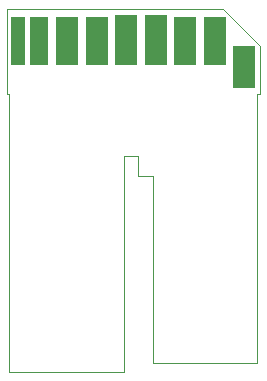
<source format=gbp>
G04 EAGLE Gerber RS-274X export*
G75*
%MOMM*%
%FSLAX34Y34*%
%LPD*%
%AMOC8*
5,1,8,0,0,1.08239X$1,22.5*%
G01*
%ADD10C,0.030000*%
%ADD11R,1.900000X3.650000*%
%ADD12R,1.900000X4.050000*%
%ADD13R,1.900000X4.250000*%
%ADD14R,1.500000X4.050000*%
%ADD15R,1.300000X4.050000*%


D10*
X500Y-3000D02*
X500Y232500D01*
X-2000Y232500D01*
X-2000Y304000D01*
X181200Y304000D01*
X213000Y272700D01*
X213000Y232500D01*
X210000Y232500D01*
X210000Y4000D01*
X122000Y4000D01*
X122000Y163000D01*
X109000Y163000D01*
X109000Y180000D01*
X97500Y180000D01*
X97500Y-3000D01*
X500Y-3000D01*
D11*
X199300Y254800D03*
D12*
X174300Y276800D03*
X149300Y276800D03*
D13*
X124300Y277800D03*
X99300Y277800D03*
D12*
X74300Y276800D03*
X49300Y276800D03*
D14*
X25100Y276800D03*
D15*
X8100Y276800D03*
M02*

</source>
